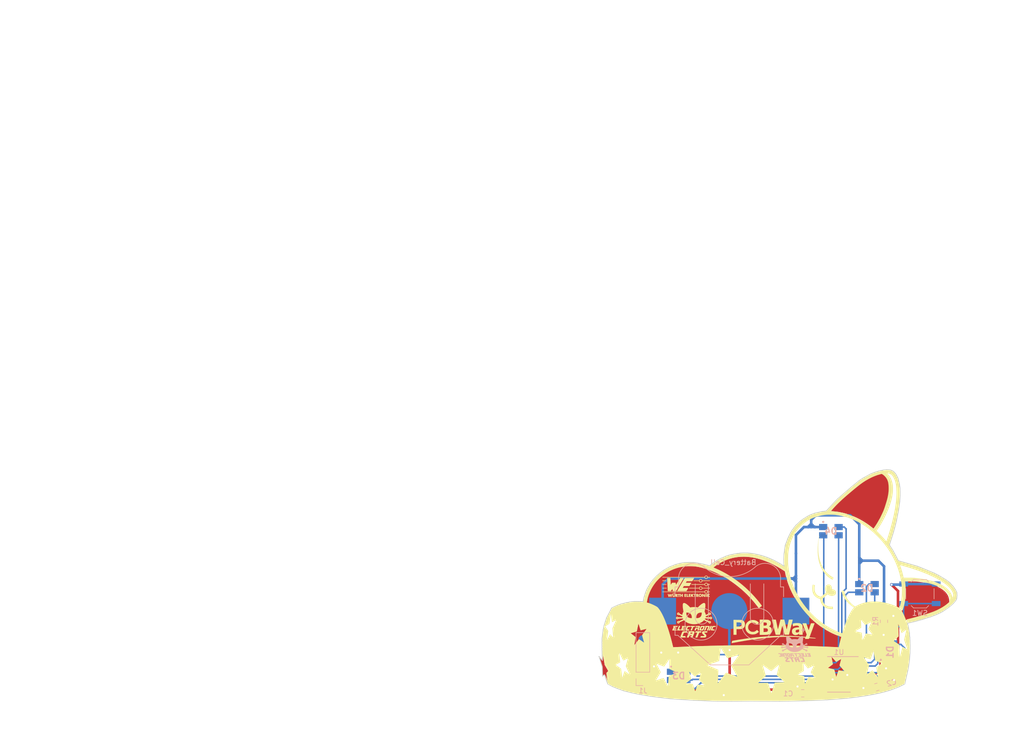
<source format=kicad_pcb>
(kicad_pcb (version 20171130) (host pcbnew "(5.1.5-0-10_14)")
  (title_block (title "SAM Badge") (date 2020-02-20) (rev V0.3) (company "Electronic Cats"))
  (layers (0 F.Cu signal) (31 B.Cu signal) (34 B.Paste user) (35 F.Paste user) (36 B.SilkS user) (37 F.SilkS user) (38 B.Mask user) (39 F.Mask user) (44 Edge.Cuts user))
  (net 0 "")
  (net 1 +BATT)
  (net 2 GND)
  (net 3 "Net-(C1-Pad1)")
  (net 4 /R1)
  (net 5 /G1)
  (net 6 /B1)
  (net 7 /B4)
  (net 8 /G4)
  (net 9 /R4)
  (net 10 /B3)
  (net 11 /G2)
  (net 12 /R2)
  (net 13 /R3)
  (net 14 /G3)
  (net 15 /RST)
  (net 16 /B2)
  (net 17 /SWIM)
  (net 18 "Net-(U1-Pad10)")
  (net 19 "Net-(U1-Pad11)")
  (net 20 "Net-(U1-Pad12)")
  (module Aesthetics:pcbway20x8 (layer F.Cu) (at 147.574 120.65)
    (fp_text reference G*** hide)
    (fp_text value LOGO hide)
  )
  (module Aesthetics:electronic_cats_logo_8x6 (layer F.Cu) (at 132.08 119.126)
    (fp_text reference G*** hide)
    (fp_text value LOGO hide)
  )
  (module Aesthetics:electronic_cats_logo_4x3 (layer B.Cu) (at 151.638 124.714 180)
    (fp_text reference G*** hide)
    (fp_text value LOGO hide)
  )
  (module BadgeSam (layer F.Cu) (at 148.44 112.36)
    (fp_text reference Ref** hide)
    (fp_text value Val** hide)
    (fp_poly (pts (xy 20.195999 -21.710211) (xy 20.276543 -21.677249) (xy 20.37697 -21.61642) (xy 20.49109 -21.533207) (xy 20.61271 -21.433091) (xy 20.735638 -21.321555) (xy 20.853681 -21.20408) (xy 20.960647 -21.086148) (xy 21.050345 -20.973242) (xy 21.084921 -20.92325) (xy 21.223217 -20.687981) (xy 21.333187 -20.45117) (xy 21.411344 -20.220983) (xy 21.441934 -20.087166) (xy 21.458117 -20.01212) (xy 21.475613 -19.952152) (xy 21.489324 -19.92243) (xy 21.498812 -19.890594) (xy 21.507965 -19.822239) (xy 21.516554 -19.723178) (xy 21.524347 -19.599226) (xy 21.531114 -19.456195) (xy 21.536624 -19.299901) (xy 21.540647 -19.136156) (xy 21.542951 -18.970775) (xy 21.543305 -18.809571) (xy 21.54148 -18.658358) (xy 21.540754 -18.626666) (xy 21.52313 -18.272559) (xy 21.48737 -17.915166) (xy 21.432433 -17.549144) (xy 21.357276 -17.16915) (xy 21.260859 -16.76984) (xy 21.142138 -16.345872) (xy 21.018694 -15.949083) (xy 20.974767 -15.812764) (xy 20.930769 -15.67495) (xy 20.890208 -15.546719) (xy 20.856594 -15.439153) (xy 20.837714 -15.377583) (xy 20.724493 -15.034307) (xy 20.583648 -14.662003) (xy 20.416101 -14.262903) (xy 20.222774 -13.839242) (xy 20.085588 -13.555525) (xy 20.028214 -13.43864) (xy 19.977852 -13.334784) (xy 19.937322 -13.249879) (xy 19.909445 -13.189845) (xy 19.897042 -13.160603) (xy 19.896666 -13.158968) (xy 19.886362 -13.134984) (xy 19.859558 -13.086482) (xy 19.827985 -13.033693) (xy 19.786797 -12.966405) (xy 19.752047 -12.90812) (xy 19.717605 -12.848088) (xy 19.677338 -12.77556) (xy 19.625116 -12.679785) (xy 19.60559 -12.643784) (xy 19.539959 -12.523343) (xy 19.484286 -12.42321) (xy 19.432796 -12.333701) (xy 19.379712 -12.245128) (xy 19.319259 -12.147807) (xy 19.245663 -12.03205) (xy 19.178435 -11.927416) (xy 19.077495 -11.771912) (xy 18.977916 -11.620772) (xy 18.882737 -11.478425) (xy 18.794997 -11.349298) (xy 18.717733 -11.23782) (xy 18.653986 -11.148417) (xy 18.606793 -11.085519) (xy 18.579192 -11.053553) (xy 18.578142 -11.052645) (xy 18.559461 -11.045902) (xy 18.531289 -11.054269) (xy 18.487903 -11.081196) (xy 18.423581 -11.130134) (xy 18.349598 -11.190432) (xy 17.770405 -11.64604) (xy 17.170372 -12.072009) (xy 16.552366 -12.466971) (xy 15.919252 -12.829556) (xy 15.273899 -13.158397) (xy 14.619173 -13.452125) (xy 13.957941 -13.709371) (xy 13.293069 -13.928769) (xy 12.627425 -14.108948) (xy 11.963875 -14.24854) (xy 11.930325 -14.254515) (xy 11.744128 -14.285211) (xy 11.538877 -14.315293) (xy 11.32256 -14.343886) (xy 11.103163 -14.370114) (xy 10.888676 -14.393101) (xy 10.687086 -14.41197) (xy 10.50638 -14.425846) (xy 10.354547 -14.433854) (xy 10.279929 -14.435481) (xy 10.261313 -14.440433) (xy 10.264708 -14.45979) (xy 10.292647 -14.500715) (xy 10.311679 -14.525256) (xy 10.519622 -14.779287) (xy 10.759214 -15.054105) (xy 11.027271 -15.34644) (xy 11.320609 -15.653025) (xy 11.636043 -15.970589) (xy 11.970388 -16.295864) (xy 12.320461 -16.62558) (xy 12.657666 -16.933619) (xy 12.817469 -17.076036) (xy 13.001454 -17.237512) (xy 13.205776 -17.414828) (xy 13.426591 -17.604765) (xy 13.660054 -17.804106) (xy 13.902321 -18.009633) (xy 14.149547 -18.218126) (xy 14.397888 -18.426367) (xy 14.6435 -18.631138) (xy 14.882538 -18.829222) (xy 15.111157 -19.017398) (xy 15.325513 -19.192449) (xy 15.521762 -19.351157) (xy 15.69606 -19.490303) (xy 15.844561 -19.606668) (xy 15.917333 -19.662436) (xy 16.476814 -20.066733) (xy 17.033927 -20.429572) (xy 17.589996 -20.751666) (xy 18.146343 -21.033728) (xy 18.704292 -21.276472) (xy 19.265166 -21.480612) (xy 19.325166 -21.500121) (xy 19.507865 -21.556954) (xy 19.679701 -21.606779) (xy 19.835674 -21.64839) (xy 19.970783 -21.680581) (xy 20.080027 -21.702144) (xy 20.158406 -21.711874) (xy 20.195999 -21.710211)) (layer F.Cu) (width 0.01))
    (fp_poly (pts (xy 25.870236 -0.772113) (xy 26.083997 -0.771652) (xy 26.264624 -0.770751) (xy 26.416717 -0.769262) (xy 26.544876 -0.767037) (xy 26.653701 -0.763927) (xy 26.747791 -0.759784) (xy 26.831746 -0.75446) (xy 26.910166 -0.747807) (xy 26.987651 -0.739677) (xy 27.0688 -0.729921) (xy 27.1145 -0.724088) (xy 27.331015 -0.695972) (xy 27.512018 -0.672099) (xy 27.664004 -0.651471) (xy 27.79347 -0.63309) (xy 27.906909 -0.615957) (xy 28.010819 -0.599075) (xy 28.111694 -0.581446) (xy 28.216029 -0.562072) (xy 28.330321 -0.539954) (xy 28.392081 -0.527782) (xy 28.951563 -0.406458) (xy 29.481189 -0.269996) (xy 29.979767 -0.118946) (xy 30.446108 0.046143) (xy 30.879018 0.224718) (xy 31.277306 0.416229) (xy 31.639782 0.620126) (xy 31.965253 0.835859) (xy 32.252527 1.062877) (xy 32.500415 1.300628) (xy 32.605804 1.419286) (xy 32.803939 1.679789) (xy 32.961605 1.942664) (xy 33.08061 2.212439) (xy 33.162762 2.493641) (xy 33.209872 2.790796) (xy 33.221393 2.959915) (xy 33.232714 3.249084) (xy 33.046165 3.412942) (xy 32.682084 3.7165) (xy 32.305837 3.997195) (xy 31.910175 4.259798) (xy 31.48785 4.509078) (xy 31.031613 4.749804) (xy 30.961582 4.784594) (xy 30.781285 4.872005) (xy 30.60352 4.954863) (xy 30.424972 5.034332) (xy 30.242327 5.111579) (xy 30.05227 5.187769) (xy 29.851485 5.264067) (xy 29.636659 5.341637) (xy 29.404476 5.421647) (xy 29.151622 5.50526) (xy 28.874783 5.593643) (xy 28.570642 5.68796) (xy 28.235887 5.789377) (xy 27.867201 5.899059) (xy 27.46127 6.018172) (xy 27.410833 6.032882) (xy 27.207498 6.091705) (xy 26.991799 6.153296) (xy 26.767605 6.216609) (xy 26.538783 6.280601) (xy 26.309202 6.344227) (xy 26.08273 6.406442) (xy 25.863236 6.466202) (xy 25.654587 6.522462) (xy 25.460652 6.574178) (xy 25.285299 6.620305) (xy 25.132397 6.659799) (xy 25.005813 6.691616) (xy 24.909417 6.71471) (xy 24.847075 6.728038) (xy 24.825392 6.731) (xy 24.804079 6.711256) (xy 24.771154 6.653691) (xy 24.727896 6.560807) (xy 24.681776 6.450542) (xy 24.570578 6.184223) (xy 24.449774 5.912316) (xy 24.325302 5.64758) (xy 24.203096 5.402776) (xy 24.130843 5.266187) (xy 23.981041 4.990352) (xy 24.085822 4.670051) (xy 24.237722 4.166299) (xy 24.360284 3.669917) (xy 24.457728 3.162796) (xy 24.498497 2.898512) (xy 24.528107 2.68221) (xy 24.551967 2.485676) (xy 24.57064 2.300092) (xy 24.58469 2.116639) (xy 24.594679 1.926499) (xy 24.601173 1.720852) (xy 24.604733 1.490879) (xy 24.605924 1.227761) (xy 24.60593 1.217084) (xy 24.604769 0.933946) (xy 24.600663 0.683645) (xy 24.593076 0.456753) (xy 24.581472 0.243842) (xy 24.565318 0.035484) (xy 24.544079 -0.177749) (xy 24.517219 -0.405285) (xy 24.511196 -0.452781) (xy 24.498192 -0.560362) (xy 24.488545 -0.652251) (xy 24.482959 -0.720652) (xy 24.482143 -0.757768) (xy 24.48318 -0.762) (xy 24.505684 -0.764007) (xy 24.566587 -0.765879) (xy 24.661956 -0.767579) (xy 24.787857 -0.769073) (xy 24.940357 -0.770324) (xy 25.115522 -0.771297) (xy 25.309418 -0.771957) (xy 25.518112 -0.772267) (xy 25.618742 -0.772282) (xy 25.870236 -0.772113)) (layer F.Cu) (width 0.01))
    (fp_poly (pts (xy -27.138677 7.313768) (xy -27.135679 7.316795) (xy -27.12568 7.340543) (xy -27.10469 7.399783) (xy -27.074337 7.489599) (xy -27.03625 7.605075) (xy -26.992055 7.741294) (xy -26.943382 7.89334) (xy -26.912611 7.990417) (xy -26.862412 8.149031) (xy -26.816225 8.294313) (xy -26.775598 8.421445) (xy -26.742078 8.525608) (xy -26.717214 8.601987) (xy -26.702554 8.645762) (xy -26.699275 8.654407) (xy -26.677966 8.651619) (xy -26.620788 8.639878) (xy -26.532972 8.620373) (xy -26.419748 8.594295) (xy -26.286347 8.562833) (xy -26.138 8.527178) (xy -26.108624 8.520044) (xy -25.957845 8.483764) (xy -25.820832 8.451557) (xy -25.702855 8.4246) (xy -25.609182 8.404072) (xy -25.545081 8.391148) (xy -25.515821 8.387007) (xy -25.514644 8.387301) (xy -25.524508 8.405939) (xy -25.556713 8.454907) (xy -25.608581 8.53039) (xy -25.677432 8.628568) (xy -25.760589 8.745625) (xy -25.855371 8.877744) (xy -25.959101 9.021107) (xy -25.968156 9.033566) (xy -26.431113 9.670387) (xy -26.230096 10.402594) (xy -26.18414 10.571395) (xy -26.142495 10.727084) (xy -26.106348 10.865011) (xy -26.076886 10.980529) (xy -26.055296 11.068988) (xy -26.042763 11.125739) (xy -26.04033 11.146052) (xy -26.05973 11.13713) (xy -26.108986 11.106367) (xy -26.183671 11.056761) (xy -26.279359 10.991308) (xy -26.391625 10.913006) (xy -26.516043 10.824852) (xy -26.541275 10.806819) (xy -26.667993 10.716537) (xy -26.783724 10.634874) (xy -26.883961 10.564947) (xy -26.964198 10.509871) (xy -27.019931 10.472763) (xy -27.046653 10.456738) (xy -27.048042 10.456334) (xy -27.064377 10.472596) (xy -27.10319 10.518839) (xy -27.161467 10.591245) (xy -27.236195 10.685996) (xy -27.324361 10.799275) (xy -27.42295 10.927264) (xy -27.516581 11.049876) (xy -27.621989 11.188142) (xy -27.719592 11.315565) (xy -27.806368 11.428248) (xy -27.879299 11.522294) (xy -27.935362 11.593807) (xy -27.97154 11.638889) (xy -27.984519 11.653601) (xy -27.992683 11.642706) (xy -27.991214 11.602686) (xy -27.990025 11.594516) (xy -27.984182 11.557919) (xy -27.972465 11.484781) (xy -27.955717 11.380361) (xy -27.934782 11.249915) (xy -27.910503 11.0987) (xy -27.883725 10.931973) (xy -27.858323 10.773865) (xy -27.737589 10.02248) (xy -28.232619 9.644082) (xy -28.363498 9.542985) (xy -28.478073 9.452397) (xy -28.57292 9.375171) (xy -28.644614 9.314161) (xy -28.68973 9.27222) (xy -28.704843 9.252201) (xy -28.704229 9.251211) (xy -28.678531 9.241909) (xy -28.617424 9.22274) (xy -28.526251 9.195288) (xy -28.410356 9.161141) (xy -28.275085 9.121884) (xy -28.125782 9.079104) (xy -28.091327 9.069304) (xy -27.501846 8.901873) (xy -27.359057 8.245062) (xy -27.310703 8.022707) (xy -27.270509 7.838263) (xy -27.237643 7.688272) (xy -27.211272 7.569276) (xy -27.190566 7.477818) (xy -27.174691 7.410441) (xy -27.162816 7.363688) (xy -27.15411 7.334102) (xy -27.147739 7.318224) (xy -27.142872 7.312599) (xy -27.138677 7.313768)) (layer F.Cu) (width 0.01))
    (fp_poly (pts (xy -5.999572 -5.554202) (xy -5.346284 -5.484963) (xy -4.98721 -5.43002) (xy -4.334467 -5.299984) (xy -3.672478 -5.129703) (xy -3.002954 -4.919822) (xy -2.327604 -4.670988) (xy -1.64814 -4.383846) (xy -0.96627 -4.059042) (xy -0.283706 -3.697222) (xy -0.052917 -3.56654) (xy 0.090889 -3.482575) (xy 0.253573 -3.385543) (xy 0.427088 -3.280413) (xy 0.603387 -3.172155) (xy 0.774425 -3.065739) (xy 0.932156 -2.966134) (xy 1.068534 -2.878311) (xy 1.166261 -2.813521) (xy 1.284773 -2.733264) (xy 1.332791 -2.47259) (xy 1.390506 -2.188412) (xy 1.463606 -1.875593) (xy 1.549371 -1.543762) (xy 1.645083 -1.202548) (xy 1.748025 -0.861578) (xy 1.855478 -0.530481) (xy 1.964725 -0.218884) (xy 1.982987 -0.169333) (xy 2.298854 0.620507) (xy 2.653519 1.393662) (xy 3.046633 2.149556) (xy 3.477846 2.887612) (xy 3.946809 3.607256) (xy 4.453171 4.30791) (xy 4.996583 4.988999) (xy 5.395385 5.44996) (xy 5.894747 5.983384) (xy 6.420213 6.496363) (xy 6.968689 6.986808) (xy 7.537087 7.45263) (xy 8.122313 7.891739) (xy 8.721278 8.302048) (xy 9.33089 8.681468) (xy 9.948057 9.027909) (xy 10.569688 9.339283) (xy 11.192693 9.613502) (xy 11.813979 9.848476) (xy 11.995371 9.909629) (xy 12.096518 9.944191) (xy 12.181497 9.975931) (xy 12.243004 10.001914) (xy 12.273732 10.0192) (xy 12.275872 10.022417) (xy 12.271092 10.046615) (xy 12.257051 10.107813) (xy 12.234733 10.201936) (xy 12.205127 10.324908) (xy 12.169217 10.472655) (xy 12.127991 10.641102) (xy 12.082434 10.826175) (xy 12.033533 11.023799) (xy 12.03122 11.033125) (xy 11.785688 12.022667) (xy 11.655469 12.022462) (xy 11.588667 12.021128) (xy 11.490488 12.017586) (xy 11.371803 12.012301) (xy 11.243484 12.005738) (xy 11.176 12.001942) (xy 11.019178 11.993255) (xy 10.824925 11.983219) (xy 10.59811 11.972057) (xy 10.343605 11.959989) (xy 10.066281 11.947239) (xy 9.771011 11.934028) (xy 9.462665 11.920579) (xy 9.146116 11.907113) (xy 8.826233 11.893851) (xy 8.625416 11.885711) (xy 4.994559 11.760584) (xy 1.356342 11.676488) (xy -2.286127 11.633437) (xy -5.929742 11.631442) (xy -9.571395 11.670518) (xy -13.207978 11.750676) (xy -14.5415 11.790427) (xy -14.928281 11.803055) (xy -15.330007 11.816714) (xy -15.742369 11.831231) (xy -16.16106 11.846434) (xy -16.581771 11.862151) (xy -17.000195 11.878208) (xy -17.412023 11.894433) (xy -17.812946 11.910653) (xy -18.198657 11.926696) (xy -18.564848 11.942389) (xy -18.90721 11.957559) (xy -19.221436 11.972033) (xy -19.503216 11.98564) (xy -19.748244 11.998206) (xy -19.812 12.001641) (xy -19.94377 12.008431) (xy -20.07084 12.014255) (xy -20.182991 12.018698) (xy -20.270007 12.021345) (xy -20.309417 12.021905) (xy -20.436417 12.021956) (xy -20.64228 11.1897) (xy -20.815872 10.510767) (xy -20.994165 9.858032) (xy -21.176666 9.232712) (xy -21.362884 8.636025) (xy -21.552324 8.069189) (xy -21.744495 7.533419) (xy -21.938904 7.029934) (xy -22.135058 6.55995) (xy -22.332465 6.124685) (xy -22.530632 5.725357) (xy -22.729066 5.363181) (xy -22.927275 5.039376) (xy -23.124766 4.755159) (xy -23.321047 4.511746) (xy -23.364747 4.462995) (xy -23.430051 4.397968) (xy -23.497249 4.341146) (xy -23.552096 4.304543) (xy -23.553396 4.303886) (xy -23.605197 4.275814) (xy -23.680917 4.232045) (xy -23.768701 4.179518) (xy -23.825792 4.144475) (xy -24.109556 3.982045) (xy -24.423221 3.826851) (xy -24.754396 3.684304) (xy -25.090687 3.559817) (xy -25.353633 3.47728) (xy -25.46664 3.445486) (xy -25.546234 3.42033) (xy -25.596881 3.394197) (xy -25.623049 3.35947) (xy -25.629204 3.308531) (xy -25.619813 3.233766) (xy -25.599342 3.127558) (xy -25.589236 3.075533) (xy -25.498246 2.657491) (xy -25.38489 2.235387) (xy -25.252473 1.819116) (xy -25.104299 1.418573) (xy -24.943674 1.043653) (xy -24.837797 0.8255) (xy -24.554404 0.31659) (xy -24.236933 -0.168623) (xy -23.887236 -0.628833) (xy -23.507162 -1.062733) (xy -23.098563 -1.469013) (xy -22.66329 -1.846368) (xy -22.203194 -2.193489) (xy -21.720125 -2.509069) (xy -21.215934 -2.791801) (xy -20.692472 -3.040377) (xy -20.151591 -3.25349) (xy -19.59514 -3.429832) (xy -19.024971 -3.568096) (xy -18.486723 -3.660986) (xy -18.216754 -3.695184) (xy -17.961022 -3.719799) (xy -17.706957 -3.735509) (xy -17.44199 -3.74299) (xy -17.153552 -3.742919) (xy -17.009537 -3.740538) (xy -16.6325 -3.726768) (xy -16.277686 -3.700697) (xy -15.933043 -3.660676) (xy -15.586519 -3.60506) (xy -15.226062 -3.532202) (xy -14.871209 -3.448387) (xy -14.155767 -3.249415) (xy -13.43686 -3.00998) (xy -12.716775 -2.731562) (xy -11.997798 -2.41564) (xy -11.282216 -2.063692) (xy -10.572315 -1.677197) (xy -9.870381 -1.257633) (xy -9.178701 -0.80648) (xy -8.499562 -0.325217) (xy -7.835249 0.184679) (xy -7.188049 0.721728) (xy -6.560248 1.284451) (xy -5.954133 1.871369) (xy -5.37199 2.481004) (xy -4.924191 2.9851) (xy -4.808474 3.121455) (xy -4.681445 3.274162) (xy -4.547765 3.437368) (xy -4.412094 3.605222) (xy -4.279092 3.771875) (xy -4.15342 3.931473) (xy -4.039738 4.078168) (xy -3.942706 4.206106) (xy -3.866985 4.309438) (xy -3.848653 4.335437) (xy -3.81441 4.384624) (xy -3.548133 4.188823) (xy -3.44024 4.107279) (xy -3.361206 4.042743) (xy -3.313166 3.997086) (xy -3.298255 3.972183) (xy -3.299045 3.970303) (xy -3.31682 3.946731) (xy -3.355649 3.895191) (xy -3.411125 3.821536) (xy -3.478839 3.731618) (xy -3.547242 3.640774) (xy -4.116459 2.918883) (xy -4.721588 2.216683) (xy -5.359916 1.536541) (xy -6.028727 0.880825) (xy -6.725308 0.251902) (xy -7.446945 -0.34786) (xy -8.190923 -0.916093) (xy -8.954529 -1.45043) (xy -9.735047 -1.948504) (xy -10.397968 -2.335009) (xy -10.737655 -2.520017) (xy -11.092543 -2.704711) (xy -11.452733 -2.884265) (xy -11.808327 -3.053852) (xy -12.149427 -3.208647) (xy -12.466134 -3.343823) (xy -12.472256 -3.346336) (xy -12.560998 -3.384112) (xy -12.632621 -3.417234) (xy -12.679592 -3.442033) (xy -12.694506 -3.454588) (xy -12.673628 -3.478747) (xy -12.62327 -3.522882) (xy -12.548804 -3.58294) (xy -12.455602 -3.654866) (xy -12.349035 -3.734608) (xy -12.234475 -3.81811) (xy -12.117294 -3.901319) (xy -12.002864 -3.980181) (xy -11.959167 -4.009533) (xy -11.417867 -4.345452) (xy -10.863042 -4.64133) (xy -10.295209 -4.89706) (xy -9.714884 -5.112538) (xy -9.122585 -5.287658) (xy -8.518829 -5.422314) (xy -7.904133 -5.516402) (xy -7.279013 -5.569817) (xy -6.643987 -5.582452) (xy -5.999572 -5.554202)) (layer F.Cu) (width 0.01))
    (fp_poly (pts (xy 10.357521 13.781264) (xy 10.373314 13.799331) (xy 10.413183 13.844454) (xy 10.473066 13.912058) (xy 10.548899 13.997571) (xy 10.63662 14.09642) (xy 10.732167 14.204031) (xy 10.831477 14.315833) (xy 10.930487 14.427251) (xy 11.025134 14.533713) (xy 11.111356 14.630647) (xy 11.18509 14.713477) (xy 11.242274 14.777633) (xy 11.278844 14.818541) (xy 11.290209 14.831115) (xy 11.3067 14.833389) (xy 11.341747 14.821441) (xy 11.398436 14.793594) (xy 11.479852 14.748172) (xy 11.58908 14.683498) (xy 11.729205 14.597894) (xy 11.800416 14.553804) (xy 11.945548 14.464759) (xy 12.069485 14.390928) (xy 12.169197 14.334005) (xy 12.241653 14.295684) (xy 12.283824 14.27766) (xy 12.293696 14.278004) (xy 12.290176 14.304514) (xy 12.277091 14.36664) (xy 12.255711 14.45907) (xy 12.227303 14.576495) (xy 12.193136 14.713605) (xy 12.154478 14.865091) (xy 12.141518 14.915148) (xy 12.101192 15.070737) (xy 12.064202 15.214145) (xy 12.031934 15.339943) (xy 12.005773 15.442702) (xy 11.987107 15.516994) (xy 11.977321 15.557391) (xy 11.976321 15.562108) (xy 11.98885 15.588425) (xy 12.029772 15.643636) (xy 12.097901 15.726348) (xy 12.192056 15.835166) (xy 12.311052 15.968696) (xy 12.453705 16.125544) (xy 12.467166 16.140214) (xy 12.583827 16.267627) (xy 12.691182 16.38556) (xy 12.785901 16.490302) (xy 12.864656 16.578141) (xy 12.924114 16.645368) (xy 12.960947 16.68827) (xy 12.971946 16.702737) (xy 12.960811 16.714554) (xy 12.929613 16.711815) (xy 12.895576 16.705347) (xy 12.826007 16.693313) (xy 12.727187 16.676758) (xy 12.605399 16.656725) (xy 12.466924 16.634259) (xy 12.35075 16.615618) (xy 12.203769 16.59202) (xy 12.068717 16.570097) (xy 11.951835 16.55088) (xy 11.859367 16.535403) (xy 11.797554 16.524697) (xy 11.774534 16.520301) (xy 11.761132 16.519187) (xy 11.748223 16.525002) (xy 11.734215 16.541701) (xy 11.717517 16.573239) (xy 11.696536 16.623571) (xy 11.669681 16.69665) (xy 11.63536 16.796433) (xy 11.591981 16.926874) (xy 11.537951 17.091927) (xy 11.510408 17.176492) (xy 11.458211 17.335866) (xy 11.409848 17.481596) (xy 11.366926 17.608993) (xy 11.33105 17.713369) (xy 11.303826 17.790033) (xy 11.28686 17.834298) (xy 11.281988 17.8435) (xy 11.274469 17.823705) (xy 11.25804 17.767352) (xy 11.233906 17.678992) (xy 11.203268 17.563176) (xy 11.167332 17.424454) (xy 11.1273 17.267376) (xy 11.084375 17.096493) (xy 11.083218 17.091854) (xy 11.034367 16.896311) (xy 10.994405 16.737871) (xy 10.962063 16.612536) (xy 10.936074 16.516314) (xy 10.915168 16.445207) (xy 10.898079 16.395222) (xy 10.883537 16.362363) (xy 10.870275 16.342635) (xy 10.857024 16.332043) (xy 10.842517 16.326591) (xy 10.840103 16.325957) (xy 10.805142 16.317475) (xy 10.73497 16.300828) (xy 10.635607 16.27743) (xy 10.513079 16.248697) (xy 10.373406 16.216044) (xy 10.22461 16.18135) (xy 10.077066 16.146358) (xy 9.943697 16.113511) (xy 9.829879 16.084232) (xy 9.74099 16.059942) (xy 9.682407 16.042066) (xy 9.659508 16.032026) (xy 9.659404 16.031789) (xy 9.674419 16.014819) (xy 9.719503 15.976494) (xy 9.790349 15.920169) (xy 9.882652 15.849197) (xy 9.992103 15.766931) (xy 10.114398 15.676725) (xy 10.130072 15.665278) (xy 10.254352 15.574332) (xy 10.367183 15.491228) (xy 10.464101 15.419296) (xy 10.540644 15.361867) (xy 10.592351 15.32227) (xy 10.614758 15.303835) (xy 10.615248 15.303233) (xy 10.613464 15.279763) (xy 10.604358 15.219507) (xy 10.588772 15.127216) (xy 10.567548 15.007642) (xy 10.541531 14.865537) (xy 10.511562 14.705653) (xy 10.479749 14.539288) (xy 10.440187 14.333431) (xy 10.408411 14.165769) (xy 10.383886 14.03299) (xy 10.366079 13.931782) (xy 10.354456 13.858833) (xy 10.348482 13.81083) (xy 10.347623 13.784462) (xy 10.351346 13.776415) (xy 10.357521 13.781264)) (layer F.Cu) (width 0.01))
    (fp_poly (pts (xy -34.081162 13.362068) (xy -34.077233 13.385609) (xy -34.067041 13.446847) (xy -34.051262 13.54172) (xy -34.030571 13.666165) (xy -34.005643 13.816118) (xy -33.977154 13.987518) (xy -33.94578 14.1763) (xy -33.912196 14.378402) (xy -33.906976 14.409818) (xy -33.735618 15.441084) (xy -33.388393 16.035345) (xy -33.304486 16.179544) (xy -33.22788 16.31234) (xy -33.161103 16.429263) (xy -33.106684 16.525838) (xy -33.06715 16.597593) (xy -33.045029 16.640054) (xy -33.041167 16.649646) (xy -33.055375 16.671563) (xy -33.094058 16.716418) (xy -33.151304 16.777672) (xy -33.221084 16.848667) (xy -33.291342 16.921653) (xy -33.348755 16.987185) (xy -33.387309 17.037986) (xy -33.401 17.06639) (xy -33.397714 17.095134) (xy -33.388329 17.161031) (xy -33.373562 17.259451) (xy -33.354128 17.385766) (xy -33.330741 17.535345) (xy -33.304117 17.70356) (xy -33.27497 17.885782) (xy -33.262421 17.963681) (xy -33.232774 18.148907) (xy -33.205733 18.32085) (xy -33.18196 18.475086) (xy -33.162113 18.607191) (xy -33.146855 18.712741) (xy -33.136843 18.787313) (xy -33.132738 18.826483) (xy -33.132974 18.831363) (xy -33.145481 18.820727) (xy -33.162985 18.782397) (xy -33.163416 18.781206) (xy -33.175978 18.746178) (xy -33.200745 18.677057) (xy -33.235652 18.579603) (xy -33.278636 18.45958) (xy -33.327632 18.322749) (xy -33.380578 18.174874) (xy -33.385546 18.161) (xy -33.441589 18.005491) (xy -33.496743 17.854337) (xy -33.548339 17.714707) (xy -33.593712 17.59377) (xy -33.630193 17.498695) (xy -33.654367 17.438425) (xy -33.722369 17.276767) (xy -33.905092 17.389587) (xy -33.982152 17.435933) (xy -34.044878 17.471335) (xy -34.085325 17.491445) (xy -34.096112 17.494111) (xy -34.09831 17.471837) (xy -34.101082 17.411784) (xy -34.104298 17.318505) (xy -34.107829 17.196548) (xy -34.111547 17.050464) (xy -34.115323 16.884803) (xy -34.119028 16.704115) (xy -34.120187 16.643366) (xy -34.135968 15.800917) (xy -34.436847 14.842673) (xy -34.497233 14.649484) (xy -34.553287 14.46847) (xy -34.603797 14.303662) (xy -34.647552 14.159093) (xy -34.683342 14.038796) (xy -34.709954 13.946802) (xy -34.726179 13.887144) (xy -34.730822 13.863903) (xy -34.717124 13.874367) (xy -34.682438 13.914861) (xy -34.630268 13.98089) (xy -34.564118 14.067954) (xy -34.487493 14.171557) (xy -34.438167 14.239482) (xy -34.152417 14.635588) (xy -34.138911 14.435086) (xy -34.133755 14.339858) (xy -34.12888 14.216233) (xy -34.124746 14.078148) (xy -34.121811 13.939539) (xy -34.121182 13.895917) (xy -34.118763 13.783985) (xy -34.114573 13.672906) (xy -34.10909 13.569047) (xy -34.102791 13.478776) (xy -34.096154 13.408462) (xy -34.089655 13.364472) (xy -34.083773 13.353175) (xy -34.081162 13.362068)) (layer F.Cu) (width 0.01))
  )
  (module Aesthetics:wurth_4x4 (layer F.Cu) (at 130.556 112.522)
    (fp_text reference G*** hide)
    (fp_text value LOGO hide)
  )
  (module LOGO (layer F.Cu) (at 0 0)
    (fp_text reference G*** hide)
    (fp_text value LOGO hide)
  )
  (module BadgeSam:79523141 (layer B.Cu) (at 138.938 117.348 180)
    (fp_text reference BT1 hide)
    (fp_text value Battery_Cell (at 3.81 8.89 180) (layer B.SilkS) (effects (justify right bottom mirror)))
    (fp_text user + (at -13.7 -4.2 180) (layer B.SilkS) (effects (justify right bottom mirror)))
    (pad 1 smd rect (at -12.95 0) (size 5.2 5.2) (layers B.Cu B.Paste B.Mask) (net 1 +BATT))
    (pad 2 smd circle (at 0 0 180) (size 7 7) (layers B.Cu B.Paste B.Mask) (net 2 GND))
    (pad 1 smd rect (at 12.95 0 180) (size 5.2 5.2) (layers B.Cu B.Paste B.Mask) (net 1 +BATT))
  )
  (module Capacitor_SMD:C_0805_2012Metric_Pad1.15x1.40mm_HandSolder (layer B.Cu) (at 153.205 133.33 180)
    (fp_text reference C1 (at 2.84 -0.06) (layer B.SilkS) (effects (justify mirror)))
    (fp_text value 1uF)
    (pad 2 smd roundrect (at 1.025 0 180) (size 1.15 1.4) (layers B.Cu B.Paste B.Mask) (roundrect_rratio 0.217391) (net 2 GND))
    (pad 1 smd roundrect (at -1.025 0 180) (size 1.15 1.4) (layers B.Cu B.Paste B.Mask) (roundrect_rratio 0.217391) (net 3 "Net-(C1-Pad1)"))
  )
  (module Capacitor_SMD:C_0805_2012Metric_Pad1.15x1.40mm_HandSolder (layer B.Cu) (at 167.6 132.1 15)
    (fp_text reference C2 (at 2.975 -0.04 195) (layer B.SilkS) (effects (justify mirror)))
    (fp_text value 0.1uF)
    (pad 1 smd roundrect (at -1.025 0 15) (size 1.15 1.4) (layers B.Cu B.Paste B.Mask) (roundrect_rratio 0.217391) (net 1 +BATT))
    (pad 2 smd roundrect (at 1.025 0 15) (size 1.15 1.4) (layers B.Cu B.Paste B.Mask) (roundrect_rratio 0.217391) (net 2 GND))
  )
  (module Resistor_SMD:R_0805_2012Metric_Pad1.15x1.40mm_HandSolder (layer B.Cu) (at 169 119.335 270)
    (fp_text reference R1 (at 0 1.65 90) (layer B.SilkS) (effects (justify mirror)))
    (fp_text value 10K)
    (pad 2 smd roundrect (at 1.025 0 270) (size 1.15 1.4) (layers B.Cu B.Paste B.Mask) (roundrect_rratio 0.217391) (net 15 /RST))
    (pad 1 smd roundrect (at -1.025 0 270) (size 1.15 1.4) (layers B.Cu B.Paste B.Mask) (roundrect_rratio 0.217391) (net 1 +BATT))
  )
  (module Button_Switch_SMD:SW_SPST_TL3342 (layer B.Cu) (at 175.98 113.98)
    (fp_text reference SW1 (at 0 3.75) (layer B.SilkS) (effects (justify mirror)))
    (fp_text value RESET)
    (pad 1 smd rect (at -3.15 1.9) (size 1.7 1) (layers B.Cu B.Paste B.Mask) (net 15 /RST))
    (pad 1 smd rect (at 3.15 1.9) (size 1.7 1) (layers B.Cu B.Paste B.Mask) (net 15 /RST))
    (pad 2 smd rect (at -3.15 -1.9) (size 1.7 1) (layers B.Cu B.Paste B.Mask) (net 2 GND))
    (pad 2 smd rect (at 3.15 -1.9) (size 1.7 1) (layers B.Cu B.Paste B.Mask) (net 2 GND))
  )
  (module Package_SO:TSSOP-20_4.4x6.5mm_P0.65mm (layer B.Cu) (at 160.24 129.645 180)
    (fp_text reference U1 (at 0 4.3) (layer B.SilkS) (effects (justify mirror)))
    (fp_text value STM8S003F3P)
    (pad 1 smd rect (at -2.95 2.925 180) (size 1.45 0.45) (layers B.Cu B.Paste B.Mask) (net 7 /B4))
    (pad 2 smd rect (at -2.95 2.275 180) (size 1.45 0.45) (layers B.Cu B.Paste B.Mask) (net 8 /G4))
    (pad 3 smd rect (at -2.95 1.625 180) (size 1.45 0.45) (layers B.Cu B.Paste B.Mask) (net 6 /B1))
    (pad 4 smd rect (at -2.95 0.975 180) (size 1.45 0.45) (layers B.Cu B.Paste B.Mask) (net 15 /RST))
    (pad 5 smd rect (at -2.95 0.325 180) (size 1.45 0.45) (layers B.Cu B.Paste B.Mask) (net 4 /R1))
    (pad 6 smd rect (at -2.95 -0.325 180) (size 1.45 0.45) (layers B.Cu B.Paste B.Mask) (net 5 /G1))
    (pad 7 smd rect (at -2.95 -0.975 180) (size 1.45 0.45) (layers B.Cu B.Paste B.Mask) (net 2 GND))
    (pad 8 smd rect (at -2.95 -1.625 180) (size 1.45 0.45) (layers B.Cu B.Paste B.Mask) (net 3 "Net-(C1-Pad1)"))
    (pad 9 smd rect (at -2.95 -2.275 180) (size 1.45 0.45) (layers B.Cu B.Paste B.Mask) (net 1 +BATT))
    (pad 10 smd rect (at -2.95 -2.925 180) (size 1.45 0.45) (layers B.Cu B.Paste B.Mask) (net 18 "Net-(U1-Pad10)"))
    (pad 11 smd rect (at 2.95 -2.925 180) (size 1.45 0.45) (layers B.Cu B.Paste B.Mask) (net 19 "Net-(U1-Pad11)"))
    (pad 12 smd rect (at 2.95 -2.275 180) (size 1.45 0.45) (layers B.Cu B.Paste B.Mask) (net 20 "Net-(U1-Pad12)"))
    (pad 13 smd rect (at 2.95 -1.625 180) (size 1.45 0.45) (layers B.Cu B.Paste B.Mask) (net 12 /R2))
    (pad 14 smd rect (at 2.95 -0.975 180) (size 1.45 0.45) (layers B.Cu B.Paste B.Mask) (net 11 /G2))
    (pad 15 smd rect (at 2.95 -0.325 180) (size 1.45 0.45) (layers B.Cu B.Paste B.Mask) (net 16 /B2))
    (pad 16 smd rect (at 2.95 0.325 180) (size 1.45 0.45) (layers B.Cu B.Paste B.Mask) (net 9 /R4))
    (pad 17 smd rect (at 2.95 0.975 180) (size 1.45 0.45) (layers B.Cu B.Paste B.Mask) (net 10 /B3))
    (pad 18 smd rect (at 2.95 1.625 180) (size 1.45 0.45) (layers B.Cu B.Paste B.Mask) (net 17 /SWIM))
    (pad 19 smd rect (at 2.95 2.275 180) (size 1.45 0.45) (layers B.Cu B.Paste B.Mask) (net 14 /G3))
    (pad 20 smd rect (at 2.95 2.925 180) (size 1.45 0.45) (layers B.Cu B.Paste B.Mask) (net 13 /R3))
  )
  (module BadgeSam:156120M173000 (layer B.Cu) (at 170.18 125.32 90)
    (fp_text reference D1 (at 0 0 90) (layer B.SilkS) (effects (font (size 1.27 1.27) (thickness 0.254)) (justify mirror)))
    (fp_text value LED_ARGB hide)
    (pad 4 smd rect (at 1.5 -0.8) (size 1.2 1.6) (layers B.Cu B.Paste B.Mask) (net 6 /B1))
    (pad 3 smd rect (at 1.5 0.8) (size 1.2 1.6) (layers B.Cu B.Paste B.Mask) (net 5 /G1))
    (pad 2 smd rect (at -1.5 0.8) (size 1.2 1.6) (layers B.Cu B.Paste B.Mask) (net 4 /R1))
    (pad 1 smd rect (at -1.5 -0.8) (size 1.2 1.6) (layers B.Cu B.Paste B.Mask) (net 1 +BATT))
  )
  (module BadgeSam:156120M173000 (layer B.Cu) (at 165.69 112.89)
    (fp_text reference D2 (at 0 0) (layer B.SilkS) (effects (font (size 1.27 1.27) (thickness 0.254)) (justify mirror)))
    (fp_text value LED_ARGB hide)
    (pad 1 smd rect (at -1.5 -0.8 270) (size 1.2 1.6) (layers B.Cu B.Paste B.Mask) (net 1 +BATT))
    (pad 2 smd rect (at -1.5 0.8 270) (size 1.2 1.6) (layers B.Cu B.Paste B.Mask) (net 9 /R4))
    (pad 3 smd rect (at 1.5 0.8 270) (size 1.2 1.6) (layers B.Cu B.Paste B.Mask) (net 8 /G4))
    (pad 4 smd rect (at 1.5 -0.8 270) (size 1.2 1.6) (layers B.Cu B.Paste B.Mask) (net 7 /B4))
  )
  (module BadgeSam:156120M173000 (layer B.Cu) (at 129.1 129.94)
    (fp_text reference D3 (at 0 0) (layer B.SilkS) (effects (font (size 1.27 1.27) (thickness 0.254)) (justify mirror)))
    (fp_text value LED_ARGB hide)
    (pad 1 smd rect (at -1.5 -0.8 270) (size 1.2 1.6) (layers B.Cu B.Paste B.Mask) (net 1 +BATT))
    (pad 2 smd rect (at -1.5 0.8 270) (size 1.2 1.6) (layers B.Cu B.Paste B.Mask) (net 12 /R2))
    (pad 3 smd rect (at 1.5 0.8 270) (size 1.2 1.6) (layers B.Cu B.Paste B.Mask) (net 11 /G2))
    (pad 4 smd rect (at 1.5 -0.8 270) (size 1.2 1.6) (layers B.Cu B.Paste B.Mask) (net 16 /B2))
  )
  (module BadgeSam:156120M173000 (layer B.Cu) (at 158.68 101.81)
    (fp_text reference D4 (at 0 0) (layer B.SilkS) (effects (font (size 1.27 1.27) (thickness 0.254)) (justify mirror)))
    (fp_text value LED_ARGB hide)
    (pad 4 smd rect (at 1.5 -0.8 270) (size 1.2 1.6) (layers B.Cu B.Paste B.Mask) (net 10 /B3))
    (pad 3 smd rect (at 1.5 0.8 270) (size 1.2 1.6) (layers B.Cu B.Paste B.Mask) (net 14 /G3))
    (pad 2 smd rect (at -1.5 0.8 270) (size 1.2 1.6) (layers B.Cu B.Paste B.Mask) (net 13 /R3))
    (pad 1 smd rect (at -1.5 -0.8 270) (size 1.2 1.6) (layers B.Cu B.Paste B.Mask) (net 1 +BATT))
  )
  (module Connector_PinHeader_2.54mm:PinHeader_1x04_P2.54mm_Vertical (layer B.Cu) (at 122.14 130.49)
    (fp_text reference J1 (at 0 2.33) (layer B.SilkS) (effects (justify mirror)))
    (fp_text value PROG)
    (pad 1 smd rect (at 0 0) (size 1.7 1.7) (layers B.Cu B.Paste B.Mask) (net 15 /RST))
    (pad 2 smd oval (at 0 -2.54) (size 1.7 1.7) (layers B.Cu B.Paste B.Mask) (net 2 GND))
    (pad 3 smd oval (at 0 -5.08) (size 1.7 1.7) (layers B.Cu B.Paste B.Mask) (net 17 /SWIM))
    (pad 4 smd oval (at 0 -7.62) (size 1.7 1.7) (layers B.Cu B.Paste B.Mask) (net 1 +BATT))
  )
  (gr_line (start 127.31 108.75) (end 128.47 108.29) (layer Edge.Cuts) (width 0.15))
  (gr_line (start 126.66 109.11) (end 127.31 108.75) (layer Edge.Cuts) (width 0.15))
  (gr_line (start 126.08 109.45) (end 126.66 109.11) (layer Edge.Cuts) (width 0.15))
  (gr_line (start 125.51 109.9) (end 126.08 109.45) (layer Edge.Cuts) (width 0.15))
  (gr_line (start 124.81 110.51) (end 125.51 109.9) (layer Edge.Cuts) (width 0.15))
  (gr_line (start 124.14 111.21) (end 124.81 110.51) (layer Edge.Cuts) (width 0.15))
  (gr_line (start 123.52 112.04) (end 124.14 111.21) (layer Edge.Cuts) (width 0.15))
  (gr_line (start 123.19 112.62) (end 123.52 112.04) (layer Edge.Cuts) (width 0.15))
  (gr_line (start 122.94 113.06) (end 123.19 112.62) (layer Edge.Cuts) (width 0.15))
  (gr_line (start 122.74 113.5) (end 122.94 113.06) (layer Edge.Cuts) (width 0.15))
  (gr_line (start 122.56 114.03) (end 122.74 113.5) (layer Edge.Cuts) (width 0.15))
  (gr_line (start 122.37 114.64) (end 122.56 114.03) (layer Edge.Cuts) (width 0.15))
  (gr_line (start 122.17 115.52) (end 122.37 114.64) (layer Edge.Cuts) (width 0.15))
  (gr_line (start 121.73 115.48) (end 122.17 115.52) (layer Edge.Cuts) (width 0.15))
  (gr_line (start 121.31 115.48) (end 121.73 115.48) (layer Edge.Cuts) (width 0.15))
  (gr_line (start 120.83 115.47) (end 121.31 115.48) (layer Edge.Cuts) (width 0.15))
  (gr_line (start 120.45 115.48) (end 120.83 115.47) (layer Edge.Cuts) (width 0.15))
  (gr_line (start 119.99 115.52) (end 120.45 115.48) (layer Edge.Cuts) (width 0.15))
  (gr_line (start 119.53 115.59) (end 119.99 115.52) (layer Edge.Cuts) (width 0.15))
  (gr_line (start 118.98 115.69) (end 119.53 115.59) (layer Edge.Cuts) (width 0.15))
  (gr_line (start 118.4 115.84) (end 118.98 115.69) (layer Edge.Cuts) (width 0.15))
  (gr_line (start 117.89 115.97) (end 118.4 115.84) (layer Edge.Cuts) (width 0.15))
  (gr_line (start 117.15 116.22) (end 117.89 115.97) (layer Edge.Cuts) (width 0.15))
  (gr_line (start 116.09 116.72) (end 117.15 116.22) (layer Edge.Cuts) (width 0.15))
  (gr_line (start 115.09 118.62) (end 116.09 116.72) (layer Edge.Cuts) (width 0.15))
  (gr_line (start 114.82 119.44) (end 115.09 118.62) (layer Edge.Cuts) (width 0.15))
  (gr_line (start 114.6 120.12) (end 114.82 119.44) (layer Edge.Cuts) (width 0.15))
  (gr_line (start 114.41 120.99) (end 114.6 120.12) (layer Edge.Cuts) (width 0.15))
  (gr_line (start 114.23 122.43) (end 114.41 120.99) (layer Edge.Cuts) (width 0.15))
  (gr_line (start 114.19 122.77) (end 114.23 122.43) (layer Edge.Cuts) (width 0.15))
  (gr_line (start 114.18 123.43) (end 114.19 122.77) (layer Edge.Cuts) (width 0.15))
  (gr_line (start 114.19 123.92) (end 114.18 123.43) (layer Edge.Cuts) (width 0.15))
  (gr_line (start 114.19 124.41) (end 114.19 123.92) (layer Edge.Cuts) (width 0.15))
  (gr_line (start 114.2 124.88) (end 114.19 124.41) (layer Edge.Cuts) (width 0.15))
  (gr_line (start 114.23 126.03) (end 114.2 124.88) (layer Edge.Cuts) (width 0.15))
  (gr_line (start 114.26 126.92) (end 114.23 126.03) (layer Edge.Cuts) (width 0.15))
  (gr_line (start 113.6 126.15) (end 114.26 126.92) (layer Edge.Cuts) (width 0.15))
  (gr_line (start 114.24 128.18) (end 113.6 126.15) (layer Edge.Cuts) (width 0.15))
  (gr_line (start 114.3 129.97) (end 114.24 128.18) (layer Edge.Cuts) (width 0.15))
  (gr_line (start 114.37 129.93) (end 114.3 129.97) (layer Edge.Cuts) (width 0.15))
  (gr_line (start 114.69 129.72) (end 114.37 129.93) (layer Edge.Cuts) (width 0.15))
  (gr_line (start 115.12 131.02) (end 114.69 129.72) (layer Edge.Cuts) (width 0.15))
  (gr_line (start 115.32 131.52) (end 115.12 131.02) (layer Edge.Cuts) (width 0.15))
  (gr_line (start 116.21 132.01) (end 115.32 131.52) (layer Edge.Cuts) (width 0.15))
  (gr_line (start 117.02 132.34) (end 116.21 132.01) (layer Edge.Cuts) (width 0.15))
  (gr_line (start 117.71 132.59) (end 117.02 132.34) (layer Edge.Cuts) (width 0.15))
  (gr_line (start 118.4 132.84) (end 117.71 132.59) (layer Edge.Cuts) (width 0.15))
  (gr_line (start 119.09 133.01) (end 118.4 132.84) (layer Edge.Cuts) (width 0.15))
  (gr_line (start 119.86 133.21) (end 119.09 133.01) (layer Edge.Cuts) (width 0.15))
  (gr_line (start 120.69 133.39) (end 119.86 133.21) (layer Edge.Cuts) (width 0.15))
  (gr_line (start 121.53 133.56) (end 120.69 133.39) (layer Edge.Cuts) (width 0.15))
  (gr_line (start 122.11 133.65) (end 121.53 133.56) (layer Edge.Cuts) (width 0.15))
  (gr_line (start 122.86 133.78) (end 122.11 133.65) (layer Edge.Cuts) (width 0.15))
  (gr_line (start 123.59 133.91) (end 122.86 133.78) (layer Edge.Cuts) (width 0.15))
  (gr_line (start 125.21 134.12) (end 123.59 133.91) (layer Edge.Cuts) (width 0.15))
  (gr_line (start 127.47 134.39) (end 125.21 134.12) (layer Edge.Cuts) (width 0.15))
  (gr_line (start 129.61 134.54) (end 127.47 134.39) (layer Edge.Cuts) (width 0.15))
  (gr_line (start 131.24 134.63) (end 129.61 134.54) (layer Edge.Cuts) (width 0.15))
  (gr_line (start 132.02 134.69) (end 131.24 134.63) (layer Edge.Cuts) (width 0.15))
  (gr_line (start 132.97 134.72) (end 132.02 134.69) (layer Edge.Cuts) (width 0.15))
  (gr_line (start 134.07 134.77) (end 132.97 134.72) (layer Edge.Cuts) (width 0.15))
  (gr_line (start 135.6 134.84) (end 134.07 134.77) (layer Edge.Cuts) (width 0.15))
  (gr_line (start 136.7 134.86) (end 135.6 134.84) (layer Edge.Cuts) (width 0.15))
  (gr_line (start 139.34 134.87) (end 136.7 134.86) (layer Edge.Cuts) (width 0.15))
  (gr_line (start 141.25 134.86) (end 139.34 134.87) (layer Edge.Cuts) (width 0.15))
  (gr_line (start 143.11 134.84) (end 141.25 134.86) (layer Edge.Cuts) (width 0.15))
  (gr_line (start 148.75 134.87) (end 143.11 134.84) (layer Edge.Cuts) (width 0.15))
  (gr_line (start 150.51 134.85) (end 148.75 134.87) (layer Edge.Cuts) (width 0.15))
  (gr_line (start 154.06 134.76) (end 150.51 134.85) (layer Edge.Cuts) (width 0.15))
  (gr_line (start 156.52 134.66) (end 154.06 134.76) (layer Edge.Cuts) (width 0.15))
  (gr_line (start 157.92 134.6) (end 156.52 134.66) (layer Edge.Cuts) (width 0.15))
  (gr_line (start 161.78 134.3) (end 157.92 134.6) (layer Edge.Cuts) (width 0.15))
  (gr_line (start 162.81 134.18) (end 161.78 134.3) (layer Edge.Cuts) (width 0.15))
  (gr_line (start 163.96 134.03) (end 162.81 134.18) (layer Edge.Cuts) (width 0.15))
  (gr_line (start 165.7 133.77) (end 163.96 134.03) (layer Edge.Cuts) (width 0.15))
  (gr_line (start 166.92 133.54) (end 165.7 133.77) (layer Edge.Cuts) (width 0.15))
  (gr_line (start 168.15 133.29) (end 166.92 133.54) (layer Edge.Cuts) (width 0.15))
  (gr_line (start 169.34 132.98) (end 168.15 133.29) (layer Edge.Cuts) (width 0.15))
  (gr_line (start 170.14 132.74) (end 169.34 132.98) (layer Edge.Cuts) (width 0.15))
  (gr_line (start 170.71 132.54) (end 170.14 132.74) (layer Edge.Cuts) (width 0.15))
  (gr_line (start 171.37 132.29) (end 170.71 132.54) (layer Edge.Cuts) (width 0.15))
  (gr_line (start 171.98 132.04) (end 171.37 132.29) (layer Edge.Cuts) (width 0.15))
  (gr_line (start 172.59 131.74) (end 171.98 132.04) (layer Edge.Cuts) (width 0.15))
  (gr_line (start 173.04 131.49) (end 172.59 131.74) (layer Edge.Cuts) (width 0.15))
  (gr_line (start 173.62 128.94) (end 173.04 131.49) (layer Edge.Cuts) (width 0.15))
  (gr_line (start 173.78 128.14) (end 173.62 128.94) (layer Edge.Cuts) (width 0.15))
  (gr_line (start 173.96 126.79) (end 173.78 128.14) (layer Edge.Cuts) (width 0.15))
  (gr_line (start 174.06 125.5) (end 173.96 126.79) (layer Edge.Cuts) (width 0.15))
  (gr_line (start 174.08 124.54) (end 174.06 125.5) (layer Edge.Cuts) (width 0.15))
  (gr_line (start 174.08 123.95) (end 174.08 124.54) (layer Edge.Cuts) (width 0.15))
  (gr_line (start 174.04 123.05) (end 174.08 123.95) (layer Edge.Cuts) (width 0.15))
  (gr_line (start 174.03 122.51) (end 174.04 123.05) (layer Edge.Cuts) (width 0.15))
  (gr_line (start 173.97 122.04) (end 174.03 122.51) (layer Edge.Cuts) (width 0.15))
  (gr_line (start 173.96 121.62) (end 173.97 122.04) (layer Edge.Cuts) (width 0.15))
  (gr_line (start 173.89 121.32) (end 173.96 121.62) (layer Edge.Cuts) (width 0.15))
  (gr_line (start 173.84 120.98) (end 173.89 121.32) (layer Edge.Cuts) (width 0.15))
  (gr_line (start 173.78 120.56) (end 173.84 120.98) (layer Edge.Cuts) (width 0.15))
  (gr_line (start 173.68 120.17) (end 173.78 120.56) (layer Edge.Cuts) (width 0.15))
  (gr_line (start 173.58 119.71) (end 173.68 120.17) (layer Edge.Cuts) (width 0.15))
  (gr_line (start 175.23 119.31) (end 173.58 119.71) (layer Edge.Cuts) (width 0.15))
  (gr_line (start 176.48 118.97) (end 175.23 119.31) (layer Edge.Cuts) (width 0.15))
  (gr_line (start 177.32 118.69) (end 176.48 118.97) (layer Edge.Cuts) (width 0.15))
  (gr_line (start 178.04 118.47) (end 177.32 118.69) (layer Edge.Cuts) (width 0.15))
  (gr_line (start 179.13 118.06) (end 178.04 118.47) (layer Edge.Cuts) (width 0.15))
  (gr_line (start 179.85 117.73) (end 179.13 118.06) (layer Edge.Cuts) (width 0.15))
  (gr_line (start 180.48 117.39) (end 179.85 117.73) (layer Edge.Cuts) (width 0.15))
  (gr_line (start 181.07 116.98) (end 180.48 117.39) (layer Edge.Cuts) (width 0.15))
  (gr_line (start 181.59 116.62) (end 181.07 116.98) (layer Edge.Cuts) (width 0.15))
  (gr_line (start 182.02 116.27) (end 181.59 116.62) (layer Edge.Cuts) (width 0.15))
  (gr_line (start 182.5 115.83) (end 182.02 116.27) (layer Edge.Cuts) (width 0.15))
  (gr_line (start 182.78 115.5) (end 182.5 115.83) (layer Edge.Cuts) (width 0.15))
  (gr_line (start 182.98 115.25) (end 182.78 115.5) (layer Edge.Cuts) (width 0.15))
  (gr_line (start 183.11 115) (end 182.98 115.25) (layer Edge.Cuts) (width 0.15))
  (gr_line (start 183.15 114.8) (end 183.11 115) (layer Edge.Cuts) (width 0.15))
  (gr_line (start 183.2 114.28) (end 183.15 114.8) (layer Edge.Cuts) (width 0.15))
  (gr_line (start 183.16 113.74) (end 183.2 114.28) (layer Edge.Cuts) (width 0.15))
  (gr_line (start 182.92 113.23) (end 183.16 113.74) (layer Edge.Cuts) (width 0.15))
  (gr_line (start 182.43 112.52) (end 182.92 113.23) (layer Edge.Cuts) (width 0.15))
  (gr_line (start 181.82 111.84) (end 182.43 112.52) (layer Edge.Cuts) (width 0.15))
  (gr_line (start 181.1 111.29) (end 181.82 111.84) (layer Edge.Cuts) (width 0.15))
  (gr_line (start 180.17 110.72) (end 181.1 111.29) (layer Edge.Cuts) (width 0.15))
  (gr_line (start 179.46 110.31) (end 180.17 110.72) (layer Edge.Cuts) (width 0.15))
  (gr_line (start 178.77 109.97) (end 179.46 110.31) (layer Edge.Cuts) (width 0.15))
  (gr_line (start 176.79 109.14) (end 178.77 109.97) (layer Edge.Cuts) (width 0.15))
  (gr_line (start 176.1 108.86) (end 176.79 109.14) (layer Edge.Cuts) (width 0.15))
  (gr_line (start 175.48 108.62) (end 176.1 108.86) (layer Edge.Cuts) (width 0.15))
  (gr_line (start 171.79 107.55) (end 175.48 108.62) (layer Edge.Cuts) (width 0.15))
  (gr_line (start 170.72 105.52) (end 171.79 107.55) (layer Edge.Cuts) (width 0.15))
  (gr_line (start 170.06 104.49) (end 170.72 105.52) (layer Edge.Cuts) (width 0.15))
  (gr_line (start 170.87 101.94) (end 170.06 104.49) (layer Edge.Cuts) (width 0.15))
  (gr_line (start 171.14 100.95) (end 170.87 101.94) (layer Edge.Cuts) (width 0.15))
  (gr_line (start 171.42 99.83) (end 171.14 100.95) (layer Edge.Cuts) (width 0.15))
  (gr_line (start 171.65 98.65) (end 171.42 99.83) (layer Edge.Cuts) (width 0.15))
  (gr_line (start 171.85 97.66) (end 171.65 98.65) (layer Edge.Cuts) (width 0.15))
  (gr_line (start 172.07 96.09) (end 171.85 97.66) (layer Edge.Cuts) (width 0.15))
  (gr_line (start 172.14 94.88) (end 172.07 96.09) (layer Edge.Cuts) (width 0.15))
  (gr_line (start 172.14 94.27) (end 172.14 94.88) (layer Edge.Cuts) (width 0.15))
  (gr_line (start 172.12 93.42) (end 172.14 94.27) (layer Edge.Cuts) (width 0.15))
  (gr_line (start 172 92.64) (end 172.12 93.42) (layer Edge.Cuts) (width 0.15))
  (gr_line (start 171.83 91.98) (end 172 92.64) (layer Edge.Cuts) (width 0.15))
  (gr_line (start 171.74 91.56) (end 171.83 91.98) (layer Edge.Cuts) (width 0.15))
  (gr_line (start 171.53 91.16) (end 171.74 91.56) (layer Edge.Cuts) (width 0.15))
  (gr_line (start 171.37 90.84) (end 171.53 91.16) (layer Edge.Cuts) (width 0.15))
  (gr_line (start 171.19 90.57) (end 171.37 90.84) (layer Edge.Cuts) (width 0.15))
  (gr_line (start 170.99 90.35) (end 171.19 90.57) (layer Edge.Cuts) (width 0.15))
  (gr_line (start 170.85 90.22) (end 170.99 90.35) (layer Edge.Cuts) (width 0.15))
  (gr_line (start 170.66 90.09) (end 170.85 90.22) (layer Edge.Cuts) (width 0.15))
  (gr_line (start 170.31 89.94) (end 170.66 90.09) (layer Edge.Cuts) (width 0.15))
  (gr_line (start 169.97 89.88) (end 170.31 89.94) (layer Edge.Cuts) (width 0.15))
  (gr_line (start 169.53 89.86) (end 169.97 89.88) (layer Edge.Cuts) (width 0.15))
  (gr_line (start 168.99 89.91) (end 169.53 89.86) (layer Edge.Cuts) (width 0.15))
  (gr_line (start 168.01 90.12) (end 168.99 89.91) (layer Edge.Cuts) (width 0.15))
  (gr_line (start 167.09 90.4) (end 168.01 90.12) (layer Edge.Cuts) (width 0.15))
  (gr_line (start 166.41 90.68) (end 167.09 90.4) (layer Edge.Cuts) (width 0.15))
  (gr_line (start 165.68 91.08) (end 166.41 90.68) (layer Edge.Cuts) (width 0.15))
  (gr_line (start 164.8 91.57) (end 165.68 91.08) (layer Edge.Cuts) (width 0.15))
  (gr_line (start 164.11 92.02) (end 164.8 91.57) (layer Edge.Cuts) (width 0.15))
  (gr_line (start 163.98 92.14) (end 164.11 92.02) (layer Edge.Cuts) (width 0.15))
  (gr_line (start 162.81 93.09) (end 163.98 92.14) (layer Edge.Cuts) (width 0.15))
  (gr_line (start 160 95.51) (end 162.81 93.09) (layer Edge.Cuts) (width 0.15))
  (gr_line (start 157.75 97.9) (end 160 95.51) (layer Edge.Cuts) (width 0.15))
  (gr_line (start 156.96 97.99) (end 157.75 97.9) (layer Edge.Cuts) (width 0.15))
  (gr_line (start 156.31 98.14) (end 156.96 97.99) (layer Edge.Cuts) (width 0.15))
  (gr_line (start 155.55 98.31) (end 156.31 98.14) (layer Edge.Cuts) (width 0.15))
  (gr_line (start 155.04 98.5) (end 155.55 98.31) (layer Edge.Cuts) (width 0.15))
  (gr_line (start 154.49 98.72) (end 155.04 98.5) (layer Edge.Cuts) (width 0.15))
  (gr_line (start 153.97 99.02) (end 154.49 98.72) (layer Edge.Cuts) (width 0.15))
  (gr_line (start 153.39 99.38) (end 153.97 99.02) (layer Edge.Cuts) (width 0.15))
  (gr_line (start 152.77 99.83) (end 153.39 99.38) (layer Edge.Cuts) (width 0.15))
  (gr_line (start 152.27 100.31) (end 152.77 99.83) (layer Edge.Cuts) (width 0.15))
  (gr_line (start 151.87 100.66) (end 152.27 100.31) (layer Edge.Cuts) (width 0.15))
  (gr_line (start 151.51 101.13) (end 151.87 100.66) (layer Edge.Cuts) (width 0.15))
  (gr_line (start 151.15 101.61) (end 151.51 101.13) (layer Edge.Cuts) (width 0.15))
  (gr_line (start 150.8 102.18) (end 151.15 101.61) (layer Edge.Cuts) (width 0.15))
  (gr_line (start 150.54 102.71) (end 150.8 102.18) (layer Edge.Cuts) (width 0.15))
  (gr_line (start 150.29 103.24) (end 150.54 102.71) (layer Edge.Cuts) (width 0.15))
  (gr_line (start 150.12 103.73) (end 150.29 103.24) (layer Edge.Cuts) (width 0.15))
  (gr_line (start 149.92 104.24) (end 150.12 103.73) (layer Edge.Cuts) (width 0.15))
  (gr_line (start 149.8 104.56) (end 149.92 104.24) (layer Edge.Cuts) (width 0.15))
  (gr_line (start 149.69 105.33) (end 149.8 104.56) (layer Edge.Cuts) (width 0.15))
  (gr_line (start 149.63 105.81) (end 149.69 105.33) (layer Edge.Cuts) (width 0.15))
  (gr_line (start 149.56 106.24) (end 149.63 105.81) (layer Edge.Cuts) (width 0.15))
  (gr_line (start 149.54 106.77) (end 149.56 106.24) (layer Edge.Cuts) (width 0.15))
  (gr_line (start 149.52 107.25) (end 149.54 106.77) (layer Edge.Cuts) (width 0.15))
  (gr_line (start 149.53 107.84) (end 149.52 107.25) (layer Edge.Cuts) (width 0.15))
  (gr_line (start 149.56 108.6) (end 149.53 107.84) (layer Edge.Cuts) (width 0.15))
  (gr_line (start 149.11 108.3) (end 149.56 108.6) (layer Edge.Cuts) (width 0.15))
  (gr_line (start 148.2 107.78) (end 149.11 108.3) (layer Edge.Cuts) (width 0.15))
  (gr_line (start 147.51 107.42) (end 148.2 107.78) (layer Edge.Cuts) (width 0.15))
  (gr_line (start 146.9 107.15) (end 147.51 107.42) (layer Edge.Cuts) (width 0.15))
  (gr_line (start 146.32 106.91) (end 146.9 107.15) (layer Edge.Cuts) (width 0.15))
  (gr_line (start 145.71 106.7) (end 146.32 106.91) (layer Edge.Cuts) (width 0.15))
  (gr_line (start 145.18 106.53) (end 145.71 106.7) (layer Edge.Cuts) (width 0.15))
  (gr_line (start 144.67 106.4) (end 145.18 106.53) (layer Edge.Cuts) (width 0.15))
  (gr_line (start 143.84 106.22) (end 144.67 106.4) (layer Edge.Cuts) (width 0.15))
  (gr_line (start 143.31 106.13) (end 143.84 106.22) (layer Edge.Cuts) (width 0.15))
  (gr_line (start 142.89 106.09) (end 143.31 106.13) (layer Edge.Cuts) (width 0.15))
  (gr_line (start 142.52 106.05) (end 142.89 106.09) (layer Edge.Cuts) (width 0.15))
  (gr_line (start 142.14 106.05) (end 142.52 106.05) (layer Edge.Cuts) (width 0.15))
  (gr_line (start 141.74 106.05) (end 142.14 106.05) (layer Edge.Cuts) (width 0.15))
  (gr_line (start 141.39 106.06) (end 141.74 106.05) (layer Edge.Cuts) (width 0.15))
  (gr_line (start 141.04 106.08) (end 141.39 106.06) (layer Edge.Cuts) (width 0.15))
  (gr_line (start 140.73 106.12) (end 141.04 106.08) (layer Edge.Cuts) (width 0.15))
  (gr_line (start 140.49 106.14) (end 140.73 106.12) (layer Edge.Cuts) (width 0.15))
  (gr_line (start 140.12 106.21) (end 140.49 106.14) (layer Edge.Cuts) (width 0.15))
  (gr_line (start 139.75 106.28) (end 140.12 106.21) (layer Edge.Cuts) (width 0.15))
  (gr_line (start 139.25 106.38) (end 139.75 106.28) (layer Edge.Cuts) (width 0.15))
  (gr_line (start 138.85 106.48) (end 139.25 106.38) (layer Edge.Cuts) (width 0.15))
  (gr_line (start 138.22 106.69) (end 138.85 106.48) (layer Edge.Cuts) (width 0.15))
  (gr_line (start 137.79 106.89) (end 138.22 106.69) (layer Edge.Cuts) (width 0.15))
  (gr_line (start 137.26 107.1) (end 137.79 106.89) (layer Edge.Cuts) (width 0.15))
  (gr_line (start 136.61 107.46) (end 137.26 107.1) (layer Edge.Cuts) (width 0.15))
  (gr_line (start 136.14 107.77) (end 136.61 107.46) (layer Edge.Cuts) (width 0.15))
  (gr_line (start 135.57 108.16) (end 136.14 107.77) (layer Edge.Cuts) (width 0.15))
  (gr_line (start 135.11 108.56) (end 135.57 108.16) (layer Edge.Cuts) (width 0.15))
  (gr_line (start 134.68 108.42) (end 135.11 108.56) (layer Edge.Cuts) (width 0.15))
  (gr_line (start 133.93 108.23) (end 134.68 108.42) (layer Edge.Cuts) (width 0.15))
  (gr_line (start 133.26 108.09) (end 133.93 108.23) (layer Edge.Cuts) (width 0.15))
  (gr_line (start 132.67 107.97) (end 133.26 108.09) (layer Edge.Cuts) (width 0.15))
  (gr_line (start 131.98 107.89) (end 132.67 107.97) (layer Edge.Cuts) (width 0.15))
  (gr_line (start 131.37 107.88) (end 131.98 107.89) (layer Edge.Cuts) (width 0.15))
  (gr_line (start 130.99 107.88) (end 131.37 107.88) (layer Edge.Cuts) (width 0.15))
  (gr_line (start 130.27 107.91) (end 130.99 107.88) (layer Edge.Cuts) (width 0.15))
  (gr_line (start 129.84 107.97) (end 130.27 107.91) (layer Edge.Cuts) (width 0.15))
  (gr_line (start 129.32 108.06) (end 129.84 107.97) (layer Edge.Cuts) (width 0.15))
  (gr_line (start 128.47 108.29) (end 129.32 108.06) (layer Edge.Cuts) (width 0.15))
  (segment (start 127.6 125.39) (end 127.6 129.14) (width 0.5) (layer B.Cu) (net 1))
  (segment (start 125.988 123.778) (end 127.6 125.39) (width 0.5) (layer B.Cu) (net 1))
  (segment (start 169.01 108.65) (end 167.91 107.55) (width 0.5) (layer B.Cu) (net 1))
  (segment (start 164.19 106.8) (end 164.19 106.96) (width 0.5) (layer B.Cu) (net 1))
  (segment (start 164.19 106.8) (end 164.19 107.55) (width 0.5) (layer B.Cu) (net 1))
  (segment (start 167.91 107.55) (end 164.78 107.55) (width 0.5) (layer B.Cu) (net 1))
  (segment (start 164.19 106.96) (end 164.78 107.55) (width 0.5) (layer B.Cu) (net 1))
  (segment (start 164.78 107.55) (end 164.19 107.55) (width 0.5) (layer B.Cu) (net 1))
  (segment (start 164.19 108) (end 164.33 108) (width 0.5) (layer B.Cu) (net 1))
  (segment (start 164.33 108) (end 164.78 107.55) (width 0.5) (layer B.Cu) (net 1))
  (segment (start 164.19 107.55) (end 164.19 108) (width 0.5) (layer B.Cu) (net 1))
  (segment (start 164.19 108) (end 164.19 112.09) (width 0.5) (layer B.Cu) (net 1))
  (segment (start 151.888 114.248) (end 151.888 117.348) (width 0.5) (layer B.Cu) (net 1))
  (segment (start 151.886 111.02) (end 151.888 111.018) (width 0.5) (layer B.Cu) (net 1))
  (segment (start 151.888 102.562) (end 151.888 106.138) (width 0.5) (layer B.Cu) (net 1))
  (segment (start 153.44 101.01) (end 151.888 102.562) (width 0.5) (layer B.Cu) (net 1))
  (segment (start 154.25 100.98) (end 154.85 100.38) (width 0.5) (layer B.Cu) (net 1))
  (segment (start 154.85 101.01) (end 154.25 101.01) (width 0.5) (layer B.Cu) (net 1))
  (segment (start 154.85 100.38) (end 154.85 101.01) (width 0.5) (layer B.Cu) (net 1))
  (segment (start 154.25 101.01) (end 154.25 100.98) (width 0.5) (layer B.Cu) (net 1))
  (segment (start 154.25 101.01) (end 153.44 101.01) (width 0.5) (layer B.Cu) (net 1))
  (segment (start 155.62 101.01) (end 155.48 101.01) (width 0.5) (layer B.Cu) (net 1))
  (segment (start 157.18 101.01) (end 155.62 101.01) (width 0.5) (layer B.Cu) (net 1))
  (segment (start 155.48 101.01) (end 154.85 100.38) (width 0.5) (layer B.Cu) (net 1))
  (segment (start 155.62 101.01) (end 154.85 101.01) (width 0.5) (layer B.Cu) (net 1))
  (segment (start 151.888 110.508) (end 151.888 111.018) (width 0.5) (layer B.Cu) (net 1))
  (segment (start 151.888 106.138) (end 151.888 110.508) (width 0.5) (layer B.Cu) (net 1))
  (segment (start 150.97 111.02) (end 151.886 111.02) (width 0.5) (layer B.Cu) (net 1))
  (segment (start 151.376 111.136) (end 151.888 111.648) (width 0.5) (layer B.Cu) (net 1))
  (segment (start 151.376 111.02) (end 151.376 111.136) (width 0.5) (layer B.Cu) (net 1))
  (segment (start 151.888 111.648) (end 151.888 114.248) (width 0.5) (layer B.Cu) (net 1))
  (segment (start 151.888 111.018) (end 151.888 111.648) (width 0.5) (layer B.Cu) (net 1))
  (segment (start 151.376 111.02) (end 151.888 110.508) (width 0.5) (layer B.Cu) (net 1))
  (segment (start 150.97 111.02) (end 151.376 111.02) (width 0.5) (layer B.Cu) (net 1))
  (segment (start 155.699645 98.814509) (end 155.629274 98.840726) (width 0.5) (layer B.Cu) (net 1))
  (segment (start 154.85 99.62) (end 154.85 100.38) (width 0.5) (layer B.Cu) (net 1))
  (segment (start 156.077455 98.73) (end 155.699645 98.814509) (width 0.5) (layer B.Cu) (net 1))
  (segment (start 155.629274 98.840726) (end 154.85 99.62) (width 0.5) (layer B.Cu) (net 1))
  (segment (start 162.45 98.73) (end 156.077455 98.73) (width 0.5) (layer B.Cu) (net 1))
  (segment (start 164.19 100.47) (end 162.45 98.73) (width 0.5) (layer B.Cu) (net 1))
  (segment (start 164.19 106.8) (end 164.19 100.47) (width 0.5) (layer B.Cu) (net 1))
  (segment (start 169.01 115.8) (end 169.02 115.81) (width 0.5) (layer B.Cu) (net 1))
  (segment (start 169 115.5) (end 169.01 115.49) (width 0.5) (layer B.Cu) (net 1))
  (segment (start 169 118.31) (end 169 115.5) (width 0.5) (layer B.Cu) (net 1))
  (segment (start 169.01 115.49) (end 169.01 108.65) (width 0.5) (layer B.Cu) (net 1))
  (segment (start 169.01 115.8) (end 169.01 115.49) (width 0.5) (layer B.Cu) (net 1))
  (segment (start 125.986 122.87) (end 125.988 122.872) (width 0.5) (layer B.Cu) (net 1))
  (segment (start 125.536 122.87) (end 125.988 122.418) (width 0.5) (layer B.Cu) (net 1))
  (segment (start 125.13 122.87) (end 125.536 122.87) (width 0.5) (layer B.Cu) (net 1))
  (segment (start 125.988 117.348) (end 125.988 122.418) (width 0.5) (layer B.Cu) (net 1))
  (segment (start 125.988 122.418) (end 125.988 122.872) (width 0.5) (layer B.Cu) (net 1))
  (segment (start 122.14 122.87) (end 125.13 122.87) (width 0.5) (layer B.Cu) (net 1))
  (segment (start 125.45 122.87) (end 125.988 123.408) (width 0.5) (layer B.Cu) (net 1))
  (segment (start 125.42 122.87) (end 125.45 122.87) (width 0.5) (layer B.Cu) (net 1))
  (segment (start 125.988 122.872) (end 125.988 123.408) (width 0.5) (layer B.Cu) (net 1))
  (segment (start 125.13 122.87) (end 125.42 122.87) (width 0.5) (layer B.Cu) (net 1))
  (segment (start 125.988 123.408) (end 125.988 123.778) (width 0.5) (layer B.Cu) (net 1))
  (segment (start 125.42 122.87) (end 125.986 122.87) (width 0.5) (layer B.Cu) (net 1))
  (via (at 169.4 128.47) (size 0.6) (drill 0.4) (layers F.Cu B.Cu) (net 1))
  (segment (start 169.38 126.82) (end 169.38 128.45) (width 0.5) (layer B.Cu) (net 1))
  (segment (start 169.38 128.45) (end 169.4 128.47) (width 0.5) (layer B.Cu) (net 1))
  (via (at 170.82 118.28) (size 0.6) (drill 0.4) (layers F.Cu B.Cu) (net 1))
  (segment (start 170.82 123.84) (end 170.82 118.28) (width 0.5) (layer F.Cu) (net 1))
  (segment (start 169.03 118.28) (end 169 118.31) (width 0.5) (layer B.Cu) (net 1))
  (segment (start 170.82 118.28) (end 169.03 118.28) (width 0.5) (layer B.Cu) (net 1))
  (segment (start 127.12 111.02) (end 125.988 112.152) (width 0.5) (layer B.Cu) (net 1))
  (segment (start 125.988 112.152) (end 125.988 117.348) (width 0.5) (layer B.Cu) (net 1))
  (segment (start 150.97 111.02) (end 127.12 111.02) (width 0.5) (layer B.Cu) (net 1))
  (segment (start 169.33 125.18) (end 169.96 124.55) (width 0.5) (layer F.Cu) (net 1))
  (segment (start 169.33 129.67) (end 169.33 125.18) (width 0.5) (layer F.Cu) (net 1))
  (segment (start 169.4 128.47) (end 169.4 129.74) (width 0.5) (layer F.Cu) (net 1))
  (segment (start 169.4 129.74) (end 169.33 129.67) (width 0.5) (layer F.Cu) (net 1))
  (segment (start 169.96 124.55) (end 170.82 123.84) (width 0.5) (layer F.Cu) (net 1))
  (segment (start 164.559998 131.92) (end 163.2 131.92) (width 0.3) (layer B.Cu) (net 1))
  (segment (start 166.609926 132.36529) (end 165.36529 132.36529) (width 0.5) (layer B.Cu) (net 1))
  (segment (start 169.33 129.67) (end 169.33 131.07) (width 0.5) (layer F.Cu) (net 1))
  (segment (start 169.33 131.07) (end 169.33 131.37) (width 0.5) (layer F.Cu) (net 1))
  (segment (start 168.4 132.3) (end 165 132.3) (width 0.5) (layer F.Cu) (net 1))
  (via (at 165 132.3) (size 0.6) (drill 0.4) (layers F.Cu B.Cu) (net 1))
  (segment (start 169.33 131.37) (end 168.4 132.3) (width 0.5) (layer F.Cu) (net 1))
  (segment (start 165.36529 132.36529) (end 165 132.3) (width 0.5) (layer B.Cu) (net 1))
  (segment (start 164.6 131.9) (end 164.5 131.9) (width 0.5) (layer B.Cu) (net 1))
  (segment (start 165 132.3) (end 164.6 131.9) (width 0.5) (layer B.Cu) (net 1))
  (segment (start 164.5 131.9) (end 164.559998 131.92) (width 0.5) (layer B.Cu) (net 1))
  (segment (start 179.13 112.08) (end 172.83 112.08) (width 0.5) (layer B.Cu) (net 2))
  (segment (start 161.18 130.62) (end 161.11 130.69) (width 0.3) (layer B.Cu) (net 2))
  (segment (start 163.19 130.62) (end 162.25 130.62) (width 0.3) (layer B.Cu) (net 2))
  (segment (start 162.25 130.62) (end 161.18 130.62) (width 0.3) (layer B.Cu) (net 2))
  (via (at 152.19 132.00001) (size 0.6) (drill 0.4) (layers F.Cu B.Cu) (net 2))
  (segment (start 152.18 132.01001) (end 152.19 132.00001) (width 0.5) (layer B.Cu) (net 2))
  (segment (start 152.18 133.33) (end 152.18 132.01001) (width 0.5) (layer B.Cu) (net 2))
  (segment (start 139.2 132.61) (end 139.65 132.61) (width 0.5) (layer F.Cu) (net 2))
  (segment (start 151.58001 132.61) (end 152.19 132.00001) (width 0.5) (layer F.Cu) (net 2))
  (via (at 159.01 130.63) (size 0.6) (drill 0.4) (layers F.Cu B.Cu) (net 2))
  (segment (start 159.02 130.62) (end 159.01 130.63) (width 0.5) (layer B.Cu) (net 2))
  (segment (start 161.18 130.62) (end 159.02 130.62) (width 0.5) (layer B.Cu) (net 2))
  (segment (start 152.19 132.00001) (end 158.01999 132.00001) (width 0.5) (layer F.Cu) (net 2))
  (segment (start 159.01 130.63) (end 159.01 131.55) (width 0.5) (layer F.Cu) (net 2))
  (segment (start 158.55999 132.00001) (end 158.01999 132.00001) (width 0.5) (layer F.Cu) (net 2))
  (segment (start 159.01 131.55) (end 158.55999 132.00001) (width 0.5) (layer F.Cu) (net 2))
  (segment (start 170.96 126.959998) (end 171.72 126.199998) (width 0.5) (layer F.Cu) (net 2))
  (segment (start 171.72 126.199998) (end 171.72 113.45) (width 0.5) (layer F.Cu) (net 2))
  (segment (start 170.96 130.75) (end 170.96 126.959998) (width 0.5) (layer F.Cu) (net 2))
  (segment (start 170.769999 112.499999) (end 170.47 112.2) (width 0.5) (layer F.Cu) (net 2))
  (via (at 170.96 130.75) (size 0.6) (drill 0.4) (layers F.Cu B.Cu) (net 2))
  (via (at 170.47 112.2) (size 0.6) (drill 0.4) (layers F.Cu B.Cu) (net 2))
  (segment (start 171.72 113.45) (end 170.769999 112.499999) (width 0.5) (layer F.Cu) (net 2))
  (segment (start 172.71 112.2) (end 172.83 112.08) (width 0.5) (layer B.Cu) (net 2))
  (segment (start 170.47 112.2) (end 172.71 112.2) (width 0.5) (layer B.Cu) (net 2))
  (segment (start 164.48002 130.62) (end 163.19 130.62) (width 0.3) (layer B.Cu) (net 2))
  (segment (start 164.55001 130.68999) (end 164.48002 130.62) (width 0.3) (layer B.Cu) (net 2))
  (segment (start 168.590074 131.110018) (end 168.590074 131.83471) (width 0.5) (layer B.Cu) (net 2))
  (segment (start 168.170046 130.68999) (end 168.590074 131.110018) (width 0.5) (layer B.Cu) (net 2))
  (segment (start 164.55001 130.68999) (end 168.170046 130.68999) (width 0.5) (layer B.Cu) (net 2))
  (segment (start 169.87529 131.83471) (end 170.96 130.75) (width 0.5) (layer B.Cu) (net 2))
  (segment (start 168.590074 131.83471) (end 169.87529 131.83471) (width 0.5) (layer B.Cu) (net 2))
  (segment (start 138.938 124.838) (end 139 124.9) (width 0.5) (layer B.Cu) (net 2))
  (segment (start 138.938 117.348) (end 138.938 124.838) (width 0.5) (layer B.Cu) (net 2))
  (via (at 139 124.9) (size 0.6) (drill 0.4) (layers F.Cu B.Cu) (net 2))
  (segment (start 137.49 132.61) (end 125.09 132.61) (width 0.5) (layer F.Cu) (net 2))
  (segment (start 124.3 131.82) (end 124.3 128.1) (width 0.5) (layer F.Cu) (net 2))
  (via (at 124.3 128.1) (size 0.6) (drill 0.4) (layers F.Cu B.Cu) (net 2))
  (segment (start 125.09 132.61) (end 124.3 131.82) (width 0.5) (layer F.Cu) (net 2))
  (segment (start 122.29 128.1) (end 122.14 127.95) (width 0.5) (layer B.Cu) (net 2))
  (segment (start 124.3 128.1) (end 122.29 128.1) (width 0.5) (layer B.Cu) (net 2))
  (segment (start 139 132.6) (end 139.2 132.61) (width 0.5) (layer F.Cu) (net 2))
  (segment (start 139.51 132.61) (end 139 132.1) (width 0.5) (layer F.Cu) (net 2))
  (segment (start 139.89 132.61) (end 139.51 132.61) (width 0.5) (layer F.Cu) (net 2))
  (segment (start 139 132.1) (end 139 132.6) (width 0.5) (layer F.Cu) (net 2))
  (segment (start 139 124.9) (end 139 132.1) (width 0.5) (layer F.Cu) (net 2))
  (segment (start 139.2 132.61) (end 139.89 132.61) (width 0.5) (layer F.Cu) (net 2))
  (segment (start 139.89 132.61) (end 151.58001 132.61) (width 0.5) (layer F.Cu) (net 2))
  (segment (start 138.495395 132.604605) (end 139 132.1) (width 0.5) (layer F.Cu) (net 2))
  (segment (start 138.304605 132.604605) (end 138.495395 132.604605) (width 0.5) (layer F.Cu) (net 2))
  (segment (start 137.49 132.61) (end 138.304605 132.604605) (width 0.5) (layer F.Cu) (net 2))
  (segment (start 138.304605 132.604605) (end 139 132.6) (width 0.5) (layer F.Cu) (net 2))
  (segment (start 154.23 133.33) (end 155.43 133.33) (width 0.3) (layer B.Cu) (net 3))
  (segment (start 155.43 133.33) (end 155.9 133.8) (width 0.3) (layer B.Cu) (net 3))
  (segment (start 155.9 133.8) (end 160.3 133.8) (width 0.3) (layer B.Cu) (net 3))
  (segment (start 160.3 133.8) (end 160.8 133.3) (width 0.3) (layer B.Cu) (net 3))
  (segment (start 160.8 131.7) (end 161.23 131.27) (width 0.3) (layer B.Cu) (net 3))
  (segment (start 160.8 133.3) (end 160.8 131.7) (width 0.3) (layer B.Cu) (net 3))
  (segment (start 163.19 131.27) (end 161.23 131.27) (width 0.3) (layer B.Cu) (net 3))
  (segment (start 170.98 126.82) (end 170.98 128.8) (width 0.3) (layer B.Cu) (net 4))
  (segment (start 170.46 129.32) (end 163.19 129.32) (width 0.3) (layer B.Cu) (net 4))
  (segment (start 170.98 128.8) (end 170.46 129.32) (width 0.3) (layer B.Cu) (net 4))
  (segment (start 163.19 129.97) (end 172.01 129.97) (width 0.3) (layer B.Cu) (net 5))
  (segment (start 172.01 129.97) (end 173.02 128.96) (width 0.3) (layer B.Cu) (net 5))
  (segment (start 173.02 128.96) (end 173.02 124.55) (width 0.3) (layer B.Cu) (net 5))
  (segment (start 172.29 123.82) (end 170.98 123.82) (width 0.3) (layer B.Cu) (net 5))
  (segment (start 173.02 124.55) (end 172.29 123.82) (width 0.3) (layer B.Cu) (net 5))
  (segment (start 168.43 123.82) (end 169.38 123.82) (width 0.3) (layer B.Cu) (net 6))
  (segment (start 167.81 124.44) (end 168.43 123.82) (width 0.3) (layer B.Cu) (net 6))
  (segment (start 167.8 127.52) (end 167.81 124.44) (width 0.3) (layer B.Cu) (net 6))
  (segment (start 167.3 128.02) (end 167.8 127.52) (width 0.3) (layer B.Cu) (net 6))
  (segment (start 163.19 128.02) (end 167.3 128.02) (width 0.3) (layer B.Cu) (net 6))
  (segment (start 166.09 112.09) (end 167.19 112.09) (width 0.3) (layer B.Cu) (net 7))
  (segment (start 164.84 126.72) (end 165.58 125.98) (width 0.3) (layer B.Cu) (net 7))
  (segment (start 165.58 112.6) (end 166.09 112.09) (width 0.3) (layer B.Cu) (net 7))
  (segment (start 165.58 125.98) (end 165.58 112.6) (width 0.3) (layer B.Cu) (net 7))
  (segment (start 163.19 126.72) (end 164.84 126.72) (width 0.3) (layer B.Cu) (net 7))
  (segment (start 163.19 127.37) (end 166.51 127.37) (width 0.3) (layer B.Cu) (net 8))
  (segment (start 167.19 126.69) (end 167.19 113.69) (width 0.3) (layer B.Cu) (net 8))
  (segment (start 166.51 127.37) (end 167.19 126.69) (width 0.3) (layer B.Cu) (net 8))
  (segment (start 157.29 129.32) (end 160.68 129.32) (width 0.3) (layer B.Cu) (net 9))
  (segment (start 160.68 129.32) (end 161.5 128.5) (width 0.3) (layer B.Cu) (net 9))
  (segment (start 161.5 128.5) (end 161.5 114.25) (width 0.3) (layer B.Cu) (net 9))
  (segment (start 162.06 113.69) (end 164.19 113.69) (width 0.3) (layer B.Cu) (net 9))
  (segment (start 161.5 114.25) (end 162.06 113.69) (width 0.3) (layer B.Cu) (net 9))
  (segment (start 160.18 101.01) (end 161.28 101.01) (width 0.3) (layer B.Cu) (net 10))
  (segment (start 157.29 128.67) (end 160.08 128.67) (width 0.3) (layer B.Cu) (net 10))
  (segment (start 160.08 128.67) (end 160.8 127.95) (width 0.3) (layer B.Cu) (net 10))
  (segment (start 160.8 127.95) (end 160.8 113.8) (width 0.3) (layer B.Cu) (net 10))
  (segment (start 161.635 112.965) (end 161.635 101.365) (width 0.3) (layer B.Cu) (net 10))
  (segment (start 160.8 113.8) (end 161.635 112.965) (width 0.3) (layer B.Cu) (net 10))
  (segment (start 161.28 101.01) (end 161.635 101.365) (width 0.3) (layer B.Cu) (net 10))
  (segment (start 131.82 130.62) (end 156.265 130.62) (width 0.3) (layer B.Cu) (net 11))
  (segment (start 131.7 130.74) (end 131.82 130.62) (width 0.3) (layer B.Cu) (net 11))
  (segment (start 156.265 130.62) (end 157.29 130.62) (width 0.3) (layer B.Cu) (net 11))
  (segment (start 130.6 130.74) (end 131.7 130.74) (width 0.3) (layer B.Cu) (net 11))
  (segment (start 127.6 131.9) (end 127.6 130.74) (width 0.3) (layer B.Cu) (net 12))
  (segment (start 132.3 132.4) (end 128.1 132.4) (width 0.3) (layer B.Cu) (net 12))
  (segment (start 133.43 131.27) (end 132.3 132.4) (width 0.3) (layer B.Cu) (net 12))
  (segment (start 128.1 132.4) (end 127.6 131.9) (width 0.3) (layer B.Cu) (net 12))
  (segment (start 157.29 131.27) (end 133.43 131.27) (width 0.3) (layer B.Cu) (net 12))
  (segment (start 157.29 102.72) (end 157.18 102.61) (width 0.3) (layer B.Cu) (net 13))
  (segment (start 157.29 126.72) (end 157.29 102.72) (width 0.3) (layer B.Cu) (net 13))
  (segment (start 160.16 125.63) (end 160.18 102.61) (width 0.3) (layer B.Cu) (net 14))
  (segment (start 160.16 126.8) (end 160.16 125.63) (width 0.3) (layer B.Cu) (net 14))
  (segment (start 159.59 127.37) (end 160.16 126.8) (width 0.3) (layer B.Cu) (net 14))
  (segment (start 157.29 127.37) (end 159.59 127.37) (width 0.3) (layer B.Cu) (net 14))
  (segment (start 179.13 115.88) (end 172.83 115.88) (width 0.3) (layer B.Cu) (net 15))
  (segment (start 172.83 116.68) (end 172.81 116.7) (width 0.3) (layer B.Cu) (net 15))
  (segment (start 172.83 115.88) (end 172.83 116.68) (width 0.3) (layer B.Cu) (net 15))
  (segment (start 172.81 116.7) (end 172.81 119.63) (width 0.3) (layer B.Cu) (net 15))
  (segment (start 172.08 120.36) (end 169 120.36) (width 0.3) (layer B.Cu) (net 15))
  (segment (start 172.81 119.63) (end 172.08 120.36) (width 0.3) (layer B.Cu) (net 15))
  (via (at 137.86 133.68) (size 0.6) (drill 0.4) (layers F.Cu B.Cu) (net 15))
  (via (at 161.87 129.76) (size 0.6) (drill 0.4) (layers F.Cu B.Cu) (net 15))
  (segment (start 161.53 129.76) (end 161.87 129.76) (width 0.3) (layer F.Cu) (net 15))
  (segment (start 160.086597 130.563403) (end 160.89 129.76) (width 0.3) (layer F.Cu) (net 15))
  (segment (start 160.086597 132.175405) (end 160.086597 130.563403) (width 0.3) (layer F.Cu) (net 15))
  (segment (start 160.89 129.76) (end 161.53 129.76) (width 0.3) (layer F.Cu) (net 15))
  (segment (start 158.582002 133.68) (end 160.086597 132.175405) (width 0.3) (layer F.Cu) (net 15))
  (segment (start 137.86 133.68) (end 158.582002 133.68) (width 0.3) (layer F.Cu) (net 15))
  (segment (start 161.87 129.76) (end 167.25 129.76) (width 0.3) (layer F.Cu) (net 15))
  (segment (start 167.25 129.76) (end 168.22 128.79) (width 0.3) (layer F.Cu) (net 15))
  (via (at 168.93 121.97) (size 0.6) (drill 0.4) (layers F.Cu B.Cu) (net 15))
  (segment (start 168.22 122.68) (end 168.93 121.97) (width 0.3) (layer F.Cu) (net 15))
  (segment (start 168.22 128.79) (end 168.22 122.68) (width 0.3) (layer F.Cu) (net 15))
  (segment (start 168.93 120.43) (end 169 120.36) (width 0.3) (layer B.Cu) (net 15))
  (segment (start 168.93 121.97) (end 168.93 120.43) (width 0.3) (layer B.Cu) (net 15))
  (segment (start 161.87 129.097122) (end 162.297122 128.67) (width 0.3) (layer B.Cu) (net 15))
  (segment (start 161.87 129.76) (end 161.87 129.097122) (width 0.3) (layer B.Cu) (net 15))
  (segment (start 162.297122 128.67) (end 163.19 128.67) (width 0.3) (layer B.Cu) (net 15))
  (segment (start 122.6 132.2) (end 122.14 131.64) (width 0.3) (layer B.Cu) (net 15))
  (segment (start 123.924839 133.524839) (end 122.6 132.2) (width 0.3) (layer B.Cu) (net 15))
  (segment (start 122.14 131.64) (end 122.14 130.49) (width 0.3) (layer B.Cu) (net 15))
  (segment (start 124.967505 133.66) (end 123.924839 133.524839) (width 0.3) (layer B.Cu) (net 15))
  (segment (start 137.84 133.66) (end 124.967505 133.66) (width 0.3) (layer B.Cu) (net 15))
  (segment (start 137.86 133.68) (end 137.84 133.66) (width 0.3) (layer B.Cu) (net 15))
  (segment (start 131.84 129.14) (end 130.6 129.14) (width 0.3) (layer B.Cu) (net 16))
  (segment (start 132.67 129.97) (end 131.84 129.14) (width 0.3) (layer B.Cu) (net 16))
  (segment (start 157.29 129.97) (end 132.67 129.97) (width 0.3) (layer B.Cu) (net 16))
  (segment (start 122.14 125.41) (end 125.71 125.41) (width 0.3) (layer B.Cu) (net 17))
  (segment (start 156.265 128.02) (end 155.8 127.555) (width 0.3) (layer B.Cu) (net 17))
  (segment (start 157.29 128.02) (end 156.265 128.02) (width 0.3) (layer B.Cu) (net 17))
  (segment (start 155.8 127.555) (end 155.8 126.4) (width 0.3) (layer B.Cu) (net 17))
  (segment (start 155.8 126.4) (end 155.2 125.8) (width 0.3) (layer B.Cu) (net 17))
  (via (at 129 125.4) (size 0.6) (drill 0.4) (layers F.Cu B.Cu) (net 17))
  (segment (start 129.4 125.8) (end 129 125.4) (width 0.3) (layer B.Cu) (net 17))
  (segment (start 155.2 125.8) (end 129.4 125.8) (width 0.3) (layer B.Cu) (net 17))
  (segment (start 125.72 125.4) (end 125.71 125.41) (width 0.3) (layer F.Cu) (net 17))
  (via (at 125.71 125.41) (size 0.6) (drill 0.4) (layers F.Cu B.Cu) (net 17))
  (segment (start 129 125.4) (end 125.72 125.4) (width 0.3) (layer F.Cu) (net 17))
)
</source>
